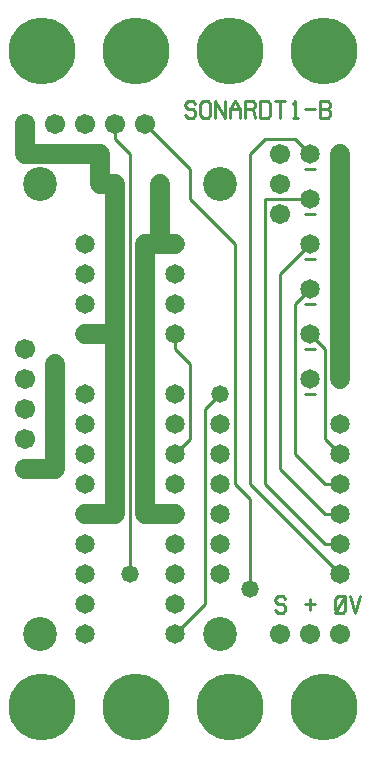
<source format=gtl>
%MOIN*%
%FSLAX25Y25*%
G04 D10 used for Character Trace; *
G04     Circle (OD=.01000) (No hole)*
G04 D11 used for Power Trace; *
G04     Circle (OD=.06700) (No hole)*
G04 D12 used for Signal Trace; *
G04     Circle (OD=.01100) (No hole)*
G04 D13 used for Via; *
G04     Circle (OD=.05800) (Round. Hole ID=.02800)*
G04 D14 used for Component hole; *
G04     Circle (OD=.06500) (Round. Hole ID=.03500)*
G04 D15 used for Component hole; *
G04     Circle (OD=.06700) (Round. Hole ID=.04300)*
G04 D16 used for Component hole; *
G04     Circle (OD=.08100) (Round. Hole ID=.05100)*
G04 D17 used for Component hole; *
G04     Circle (OD=.08900) (Round. Hole ID=.05900)*
G04 D18 used for Component hole; *
G04     Circle (OD=.11300) (Round. Hole ID=.08300)*
G04 D19 used for Component hole; *
G04     Circle (OD=.16000) (Round. Hole ID=.13000)*
G04 D20 used for Component hole; *
G04     Circle (OD=.18300) (Round. Hole ID=.15300)*
G04 D21 used for Component hole; *
G04     Circle (OD=.22291) (Round. Hole ID=.19291)*
%ADD10C,.01000*%
%ADD11C,.06700*%
%ADD12C,.01100*%
%ADD13C,.05800*%
%ADD14C,.06500*%
%ADD15C,.06700*%
%ADD16C,.08100*%
%ADD17C,.08900*%
%ADD18C,.11300*%
%ADD19C,.16000*%
%ADD20C,.18300*%
%ADD21C,.22291*%
%IPPOS*%
%LPD*%
G90*X0Y0D02*D21*X15625Y15625D03*D14*              
X30000Y40000D03*D18*X15000D03*D21*X46875Y15625D03*
D14*X30000Y50000D03*X60000Y60000D03*D13*X45000D03*
D12*Y200000D01*X40000Y205000D01*Y210000D01*D15*   
D03*D11*X35000Y190000D02*Y200000D01*D14*          
Y190000D03*D11*X40000D01*Y140000D01*Y80000D01*    
X30000D01*D14*D03*Y90000D03*Y70000D03*D11*        
X10000Y95000D02*X20000D01*D15*X10000D03*D11*      
X20000D02*Y130000D01*D13*D03*D14*X30000Y120000D03*
Y140000D03*D11*X40000D01*D13*X50000Y130000D03*D11*
Y80000D01*X60000D01*D14*D03*Y90000D03*Y70000D03*  
X75000D03*Y80000D03*Y90000D03*Y100000D03*         
X60000D03*D12*X65000Y105000D01*Y130000D01*        
X60000Y135000D01*Y140000D01*D14*D03*D11*          
X50000Y130000D02*Y170000D01*X55000D01*X60000D01*  
D14*D03*D11*X55000D02*Y190000D01*D14*D03*D12*     
X80000Y170000D02*X65000Y185000D01*X80000Y90000D02*
Y170000D01*X85000Y85000D02*X80000Y90000D01*       
X85000Y55000D02*Y85000D01*D13*Y55000D03*D10*      
X96674Y51914D02*X95837Y52871D01*X94163D01*        
X93326Y51914D01*Y50957D01*X94163Y50000D01*        
X95837D01*X96674Y49043D01*Y48086D01*              
X95837Y47129D01*X94163D01*X93326Y48086D01*D14*    
X75000Y60000D03*D18*Y40000D03*D12*X60000D02*      
X70000Y50000D01*D14*X60000Y40000D03*D12*          
X70000Y50000D02*Y115000D01*X75000Y120000D01*D13*  
D03*D14*Y110000D03*X60000Y120000D03*Y110000D03*   
D12*X110000Y90000D02*X100000Y100000D01*           
X110000Y90000D02*X115000D01*D14*D03*D12*          
X110000Y80000D02*X115000D01*D14*D03*D12*          
X110000D02*X95000Y95000D01*Y160000D01*            
X105000Y170000D01*D14*D03*D10*X103326Y165000D02*  
X106674D01*D15*X95000Y180000D03*D14*              
X115000Y170000D03*D11*Y155000D01*D14*D03*D11*     
Y140000D01*D14*D03*D11*Y125000D01*D14*D03*D10*    
X103326Y135000D02*X106674D01*D14*                 
X105000Y125000D03*D12*X110000Y105000D02*          
Y135000D01*X115000Y100000D02*X110000Y105000D01*   
D14*X115000Y100000D03*Y110000D03*D12*             
X100000Y100000D02*Y150000D01*X105000Y155000D01*   
D14*D03*D10*X103326Y150000D02*X106674D01*D11*     
X115000Y170000D02*Y185000D01*D14*D03*D11*         
Y200000D01*D14*D03*X105000D03*D12*                
X100000Y205000D01*X90000D01*X85000Y200000D01*     
Y90000D01*X115000Y60000D01*D14*D03*D10*           
X103326Y50000D02*X106674D01*X105000Y51914D02*     
Y48086D01*D14*X115000Y70000D03*D12*X110000D01*    
X90000Y90000D01*Y185000D01*X105000D01*D14*D03*D10*
X103326Y180000D02*X106674D01*D15*X95000Y190000D03*
D10*X103326Y195000D02*X106674D01*D15*             
X95000Y200000D03*D18*X75000Y190000D03*D10*        
X66674Y216914D02*X65837Y217871D01*X64163D01*      
X63326Y216914D01*Y215957D01*X64163Y215000D01*     
X65837D01*X66674Y214043D01*Y213086D01*            
X65837Y212129D01*X64163D01*X63326Y213086D01*      
X71674D02*X70837Y212129D01*X69163D01*             
X68326Y213086D01*Y216914D01*X69163Y217871D01*     
X70837D01*X71674Y216914D01*Y213086D01*            
X73326Y212129D02*Y217871D01*X76674Y212129D01*     
Y217871D01*X78326Y212129D02*Y215000D01*           
X80000Y217871D01*X81674Y215000D01*Y212129D01*     
X78326Y215000D02*X81674D01*X83326Y212129D02*      
Y217871D01*X85837D01*X86674Y216914D01*Y215957D01* 
X85837Y215000D01*X83326D01*X85837D02*             
X86674Y212129D01*X88326D02*Y217871D01*X90837D01*  
X91674Y216914D01*Y213086D01*X90837Y212129D01*     
X88326D01*X95000D02*Y217871D01*X93326D02*         
X96674D01*X99163Y216914D02*X100000Y217871D01*     
Y212129D01*X99163D02*X100837D01*X103326Y215000D02*
X106674D01*X108326Y212129D02*Y217871D01*          
X110837D01*X111674Y216914D01*Y215957D01*          
X110837Y215000D01*X111674Y214043D01*Y213086D01*   
X110837Y212129D01*X108326D01*Y215000D02*          
X110837D01*D12*X65000Y185000D02*Y195000D01*       
X50000Y210000D01*D15*D03*D11*X10000Y200000D02*    
X35000D01*X10000D02*Y210000D01*D15*D03*X20000D03* 
X30000D03*D18*X15000Y190000D03*D21*               
X15625Y234375D03*X46875D03*D14*X30000Y170000D03*  
X60000Y160000D03*X30000D03*Y150000D03*X60000D03*  
D21*X78125Y234375D03*D15*X10000Y135000D03*        
Y125000D03*D10*X103326Y120000D02*X106674D01*D14*  
X105000Y140000D03*D12*X110000Y135000D01*D14*      
X30000Y110000D03*Y100000D03*Y60000D03*            
X60000Y50000D03*D10*X116674Y48086D02*             
X115837Y47129D01*X114163D01*X113326Y48086D01*     
Y51914D01*X114163Y52871D01*X115837D01*            
X116674Y51914D01*Y48086D01*X113326Y47129D02*      
X116674Y52871D01*X118326D02*X120000Y47129D01*     
X121674Y52871D01*D15*X95000Y40000D03*X105000D03*  
X115000D03*D21*X109375Y234375D03*D15*             
X10000Y115000D03*Y105000D03*D21*X78125Y15625D03*  
X109375D03*M02*                                   

</source>
